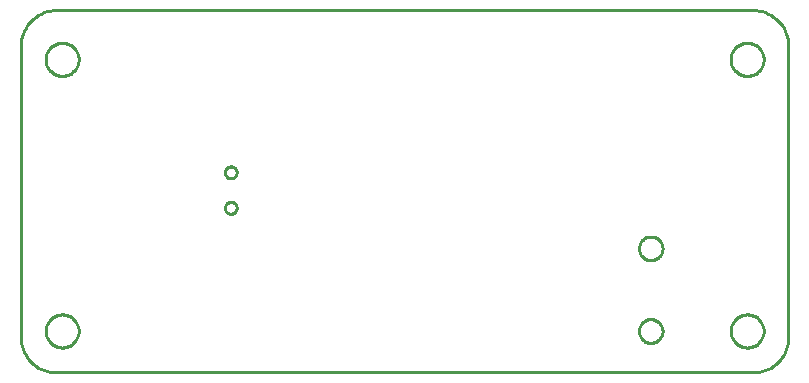
<source format=gbr>
G04 EAGLE Gerber RS-274X export*
G75*
%MOMM*%
%FSLAX34Y34*%
%LPD*%
%IN*%
%IPPOS*%
%AMOC8*
5,1,8,0,0,1.08239X$1,22.5*%
G01*
%ADD10C,0.254000*%


D10*
X0Y30000D02*
X114Y27385D01*
X456Y24791D01*
X1022Y22235D01*
X1809Y19739D01*
X2811Y17321D01*
X4019Y15000D01*
X5425Y12793D01*
X7019Y10716D01*
X8787Y8787D01*
X10716Y7019D01*
X12793Y5425D01*
X15000Y4019D01*
X17321Y2811D01*
X19739Y1809D01*
X22235Y1022D01*
X24791Y456D01*
X27385Y114D01*
X30000Y0D01*
X620000Y0D01*
X622615Y114D01*
X625209Y456D01*
X627765Y1022D01*
X630261Y1809D01*
X632679Y2811D01*
X635000Y4019D01*
X637207Y5425D01*
X639284Y7019D01*
X641213Y8787D01*
X642981Y10716D01*
X644575Y12793D01*
X645981Y15000D01*
X647189Y17321D01*
X648191Y19739D01*
X648978Y22235D01*
X649544Y24791D01*
X649886Y27385D01*
X650000Y30000D01*
X650000Y276604D01*
X649886Y279219D01*
X649544Y281813D01*
X648978Y284369D01*
X648191Y286865D01*
X647189Y289283D01*
X645981Y291604D01*
X644575Y293811D01*
X642981Y295888D01*
X641213Y297817D01*
X639284Y299585D01*
X637207Y301179D01*
X635000Y302585D01*
X632679Y303793D01*
X630261Y304795D01*
X627765Y305582D01*
X625209Y306148D01*
X622615Y306490D01*
X620000Y306604D01*
X30000Y306604D01*
X27385Y306490D01*
X24791Y306148D01*
X22235Y305582D01*
X19739Y304795D01*
X17321Y303793D01*
X15000Y302585D01*
X12793Y301179D01*
X10716Y299585D01*
X8787Y297817D01*
X7019Y295888D01*
X5425Y293811D01*
X4019Y291604D01*
X2811Y289283D01*
X1809Y286865D01*
X1022Y284369D01*
X456Y281813D01*
X114Y279219D01*
X0Y276604D01*
X0Y30000D01*
X49000Y264500D02*
X48929Y263503D01*
X48786Y262513D01*
X48574Y261536D01*
X48292Y260576D01*
X47943Y259639D01*
X47527Y258729D01*
X47048Y257852D01*
X46507Y257010D01*
X45908Y256210D01*
X45253Y255454D01*
X44546Y254747D01*
X43790Y254092D01*
X42990Y253493D01*
X42148Y252952D01*
X41271Y252473D01*
X40361Y252057D01*
X39424Y251708D01*
X38465Y251426D01*
X37487Y251214D01*
X36498Y251071D01*
X35500Y251000D01*
X34500Y251000D01*
X33503Y251071D01*
X32513Y251214D01*
X31536Y251426D01*
X30576Y251708D01*
X29639Y252057D01*
X28729Y252473D01*
X27852Y252952D01*
X27010Y253493D01*
X26210Y254092D01*
X25454Y254747D01*
X24747Y255454D01*
X24092Y256210D01*
X23493Y257010D01*
X22952Y257852D01*
X22473Y258729D01*
X22057Y259639D01*
X21708Y260576D01*
X21426Y261536D01*
X21214Y262513D01*
X21071Y263503D01*
X21000Y264500D01*
X21000Y265500D01*
X21071Y266498D01*
X21214Y267487D01*
X21426Y268465D01*
X21708Y269424D01*
X22057Y270361D01*
X22473Y271271D01*
X22952Y272148D01*
X23493Y272990D01*
X24092Y273790D01*
X24747Y274546D01*
X25454Y275253D01*
X26210Y275908D01*
X27010Y276507D01*
X27852Y277048D01*
X28729Y277527D01*
X29639Y277943D01*
X30576Y278292D01*
X31536Y278574D01*
X32513Y278786D01*
X33503Y278929D01*
X34500Y279000D01*
X35500Y279000D01*
X36498Y278929D01*
X37487Y278786D01*
X38465Y278574D01*
X39424Y278292D01*
X40361Y277943D01*
X41271Y277527D01*
X42148Y277048D01*
X42990Y276507D01*
X43790Y275908D01*
X44546Y275253D01*
X45253Y274546D01*
X45908Y273790D01*
X46507Y272990D01*
X47048Y272148D01*
X47527Y271271D01*
X47943Y270361D01*
X48292Y269424D01*
X48574Y268465D01*
X48786Y267487D01*
X48929Y266498D01*
X49000Y265500D01*
X49000Y264500D01*
X629000Y264500D02*
X628929Y263503D01*
X628786Y262513D01*
X628574Y261536D01*
X628292Y260576D01*
X627943Y259639D01*
X627527Y258729D01*
X627048Y257852D01*
X626507Y257010D01*
X625908Y256210D01*
X625253Y255454D01*
X624546Y254747D01*
X623790Y254092D01*
X622990Y253493D01*
X622148Y252952D01*
X621271Y252473D01*
X620361Y252057D01*
X619424Y251708D01*
X618465Y251426D01*
X617487Y251214D01*
X616498Y251071D01*
X615500Y251000D01*
X614500Y251000D01*
X613503Y251071D01*
X612513Y251214D01*
X611536Y251426D01*
X610576Y251708D01*
X609639Y252057D01*
X608729Y252473D01*
X607852Y252952D01*
X607010Y253493D01*
X606210Y254092D01*
X605454Y254747D01*
X604747Y255454D01*
X604092Y256210D01*
X603493Y257010D01*
X602952Y257852D01*
X602473Y258729D01*
X602057Y259639D01*
X601708Y260576D01*
X601426Y261536D01*
X601214Y262513D01*
X601071Y263503D01*
X601000Y264500D01*
X601000Y265500D01*
X601071Y266498D01*
X601214Y267487D01*
X601426Y268465D01*
X601708Y269424D01*
X602057Y270361D01*
X602473Y271271D01*
X602952Y272148D01*
X603493Y272990D01*
X604092Y273790D01*
X604747Y274546D01*
X605454Y275253D01*
X606210Y275908D01*
X607010Y276507D01*
X607852Y277048D01*
X608729Y277527D01*
X609639Y277943D01*
X610576Y278292D01*
X611536Y278574D01*
X612513Y278786D01*
X613503Y278929D01*
X614500Y279000D01*
X615500Y279000D01*
X616498Y278929D01*
X617487Y278786D01*
X618465Y278574D01*
X619424Y278292D01*
X620361Y277943D01*
X621271Y277527D01*
X622148Y277048D01*
X622990Y276507D01*
X623790Y275908D01*
X624546Y275253D01*
X625253Y274546D01*
X625908Y273790D01*
X626507Y272990D01*
X627048Y272148D01*
X627527Y271271D01*
X627943Y270361D01*
X628292Y269424D01*
X628574Y268465D01*
X628786Y267487D01*
X628929Y266498D01*
X629000Y265500D01*
X629000Y264500D01*
X629000Y34500D02*
X628929Y33503D01*
X628786Y32513D01*
X628574Y31536D01*
X628292Y30576D01*
X627943Y29639D01*
X627527Y28729D01*
X627048Y27852D01*
X626507Y27010D01*
X625908Y26210D01*
X625253Y25454D01*
X624546Y24747D01*
X623790Y24092D01*
X622990Y23493D01*
X622148Y22952D01*
X621271Y22473D01*
X620361Y22057D01*
X619424Y21708D01*
X618465Y21426D01*
X617487Y21214D01*
X616498Y21071D01*
X615500Y21000D01*
X614500Y21000D01*
X613503Y21071D01*
X612513Y21214D01*
X611536Y21426D01*
X610576Y21708D01*
X609639Y22057D01*
X608729Y22473D01*
X607852Y22952D01*
X607010Y23493D01*
X606210Y24092D01*
X605454Y24747D01*
X604747Y25454D01*
X604092Y26210D01*
X603493Y27010D01*
X602952Y27852D01*
X602473Y28729D01*
X602057Y29639D01*
X601708Y30576D01*
X601426Y31536D01*
X601214Y32513D01*
X601071Y33503D01*
X601000Y34500D01*
X601000Y35500D01*
X601071Y36498D01*
X601214Y37487D01*
X601426Y38465D01*
X601708Y39424D01*
X602057Y40361D01*
X602473Y41271D01*
X602952Y42148D01*
X603493Y42990D01*
X604092Y43790D01*
X604747Y44546D01*
X605454Y45253D01*
X606210Y45908D01*
X607010Y46507D01*
X607852Y47048D01*
X608729Y47527D01*
X609639Y47943D01*
X610576Y48292D01*
X611536Y48574D01*
X612513Y48786D01*
X613503Y48929D01*
X614500Y49000D01*
X615500Y49000D01*
X616498Y48929D01*
X617487Y48786D01*
X618465Y48574D01*
X619424Y48292D01*
X620361Y47943D01*
X621271Y47527D01*
X622148Y47048D01*
X622990Y46507D01*
X623790Y45908D01*
X624546Y45253D01*
X625253Y44546D01*
X625908Y43790D01*
X626507Y42990D01*
X627048Y42148D01*
X627527Y41271D01*
X627943Y40361D01*
X628292Y39424D01*
X628574Y38465D01*
X628786Y37487D01*
X628929Y36498D01*
X629000Y35500D01*
X629000Y34500D01*
X49000Y34500D02*
X48929Y33503D01*
X48786Y32513D01*
X48574Y31536D01*
X48292Y30576D01*
X47943Y29639D01*
X47527Y28729D01*
X47048Y27852D01*
X46507Y27010D01*
X45908Y26210D01*
X45253Y25454D01*
X44546Y24747D01*
X43790Y24092D01*
X42990Y23493D01*
X42148Y22952D01*
X41271Y22473D01*
X40361Y22057D01*
X39424Y21708D01*
X38465Y21426D01*
X37487Y21214D01*
X36498Y21071D01*
X35500Y21000D01*
X34500Y21000D01*
X33503Y21071D01*
X32513Y21214D01*
X31536Y21426D01*
X30576Y21708D01*
X29639Y22057D01*
X28729Y22473D01*
X27852Y22952D01*
X27010Y23493D01*
X26210Y24092D01*
X25454Y24747D01*
X24747Y25454D01*
X24092Y26210D01*
X23493Y27010D01*
X22952Y27852D01*
X22473Y28729D01*
X22057Y29639D01*
X21708Y30576D01*
X21426Y31536D01*
X21214Y32513D01*
X21071Y33503D01*
X21000Y34500D01*
X21000Y35500D01*
X21071Y36498D01*
X21214Y37487D01*
X21426Y38465D01*
X21708Y39424D01*
X22057Y40361D01*
X22473Y41271D01*
X22952Y42148D01*
X23493Y42990D01*
X24092Y43790D01*
X24747Y44546D01*
X25454Y45253D01*
X26210Y45908D01*
X27010Y46507D01*
X27852Y47048D01*
X28729Y47527D01*
X29639Y47943D01*
X30576Y48292D01*
X31536Y48574D01*
X32513Y48786D01*
X33503Y48929D01*
X34500Y49000D01*
X35500Y49000D01*
X36498Y48929D01*
X37487Y48786D01*
X38465Y48574D01*
X39424Y48292D01*
X40361Y47943D01*
X41271Y47527D01*
X42148Y47048D01*
X42990Y46507D01*
X43790Y45908D01*
X44546Y45253D01*
X45253Y44546D01*
X45908Y43790D01*
X46507Y42990D01*
X47048Y42148D01*
X47527Y41271D01*
X47943Y40361D01*
X48292Y39424D01*
X48574Y38465D01*
X48786Y37487D01*
X48929Y36498D01*
X49000Y35500D01*
X49000Y34500D01*
X178081Y174305D02*
X178639Y174242D01*
X179186Y174117D01*
X179716Y173932D01*
X180222Y173688D01*
X180698Y173389D01*
X181137Y173039D01*
X181534Y172642D01*
X181884Y172203D01*
X182183Y171727D01*
X182427Y171221D01*
X182612Y170691D01*
X182737Y170144D01*
X182800Y169586D01*
X182800Y169024D01*
X182737Y168466D01*
X182612Y167919D01*
X182427Y167389D01*
X182183Y166883D01*
X181884Y166407D01*
X181534Y165968D01*
X181137Y165571D01*
X180698Y165221D01*
X180222Y164922D01*
X179716Y164678D01*
X179186Y164493D01*
X178639Y164368D01*
X178081Y164305D01*
X177519Y164305D01*
X176961Y164368D01*
X176414Y164493D01*
X175884Y164678D01*
X175378Y164922D01*
X174902Y165221D01*
X174463Y165571D01*
X174066Y165968D01*
X173716Y166407D01*
X173417Y166883D01*
X173173Y167389D01*
X172988Y167919D01*
X172863Y168466D01*
X172800Y169024D01*
X172800Y169586D01*
X172863Y170144D01*
X172988Y170691D01*
X173173Y171221D01*
X173417Y171727D01*
X173716Y172203D01*
X174066Y172642D01*
X174463Y173039D01*
X174902Y173389D01*
X175378Y173688D01*
X175884Y173932D01*
X176414Y174117D01*
X176961Y174242D01*
X177519Y174305D01*
X178081Y174305D01*
X178081Y144305D02*
X178639Y144242D01*
X179186Y144117D01*
X179716Y143932D01*
X180222Y143688D01*
X180698Y143389D01*
X181137Y143039D01*
X181534Y142642D01*
X181884Y142203D01*
X182183Y141727D01*
X182427Y141221D01*
X182612Y140691D01*
X182737Y140144D01*
X182800Y139586D01*
X182800Y139024D01*
X182737Y138466D01*
X182612Y137919D01*
X182427Y137389D01*
X182183Y136883D01*
X181884Y136407D01*
X181534Y135968D01*
X181137Y135571D01*
X180698Y135221D01*
X180222Y134922D01*
X179716Y134678D01*
X179186Y134493D01*
X178639Y134368D01*
X178081Y134305D01*
X177519Y134305D01*
X176961Y134368D01*
X176414Y134493D01*
X175884Y134678D01*
X175378Y134922D01*
X174902Y135221D01*
X174463Y135571D01*
X174066Y135968D01*
X173716Y136407D01*
X173417Y136883D01*
X173173Y137389D01*
X172988Y137919D01*
X172863Y138466D01*
X172800Y139024D01*
X172800Y139586D01*
X172863Y140144D01*
X172988Y140691D01*
X173173Y141221D01*
X173417Y141727D01*
X173716Y142203D01*
X174066Y142642D01*
X174463Y143039D01*
X174902Y143389D01*
X175378Y143688D01*
X175884Y143932D01*
X176414Y144117D01*
X176961Y144242D01*
X177519Y144305D01*
X178081Y144305D01*
X533837Y45000D02*
X534707Y44924D01*
X535566Y44772D01*
X536410Y44546D01*
X537230Y44248D01*
X538022Y43879D01*
X538778Y43442D01*
X539493Y42941D01*
X540162Y42380D01*
X540780Y41762D01*
X541341Y41093D01*
X541842Y40378D01*
X542279Y39622D01*
X542648Y38830D01*
X542946Y38010D01*
X543172Y37166D01*
X543324Y36307D01*
X543400Y35437D01*
X543400Y34563D01*
X543324Y33694D01*
X543172Y32834D01*
X542946Y31990D01*
X542648Y31170D01*
X542279Y30378D01*
X541842Y29622D01*
X541341Y28907D01*
X540780Y28238D01*
X540162Y27620D01*
X539493Y27059D01*
X538778Y26558D01*
X538022Y26121D01*
X537230Y25752D01*
X536410Y25454D01*
X535566Y25228D01*
X534707Y25076D01*
X533837Y25000D01*
X532963Y25000D01*
X532094Y25076D01*
X531234Y25228D01*
X530390Y25454D01*
X529570Y25752D01*
X528778Y26121D01*
X528022Y26558D01*
X527307Y27059D01*
X526638Y27620D01*
X526020Y28238D01*
X525459Y28907D01*
X524958Y29622D01*
X524521Y30378D01*
X524152Y31170D01*
X523854Y31990D01*
X523628Y32834D01*
X523476Y33694D01*
X523400Y34563D01*
X523400Y35437D01*
X523476Y36307D01*
X523628Y37166D01*
X523854Y38010D01*
X524152Y38830D01*
X524521Y39622D01*
X524958Y40378D01*
X525459Y41093D01*
X526020Y41762D01*
X526638Y42380D01*
X527307Y42941D01*
X528022Y43442D01*
X528778Y43879D01*
X529570Y44248D01*
X530390Y44546D01*
X531234Y44772D01*
X532094Y44924D01*
X532963Y45000D01*
X533837Y45000D01*
X533837Y115000D02*
X534707Y114924D01*
X535566Y114772D01*
X536410Y114546D01*
X537230Y114248D01*
X538022Y113879D01*
X538778Y113442D01*
X539493Y112941D01*
X540162Y112380D01*
X540780Y111762D01*
X541341Y111093D01*
X541842Y110378D01*
X542279Y109622D01*
X542648Y108830D01*
X542946Y108010D01*
X543172Y107166D01*
X543324Y106307D01*
X543400Y105437D01*
X543400Y104563D01*
X543324Y103694D01*
X543172Y102834D01*
X542946Y101990D01*
X542648Y101170D01*
X542279Y100378D01*
X541842Y99622D01*
X541341Y98907D01*
X540780Y98238D01*
X540162Y97620D01*
X539493Y97059D01*
X538778Y96558D01*
X538022Y96121D01*
X537230Y95752D01*
X536410Y95454D01*
X535566Y95228D01*
X534707Y95076D01*
X533837Y95000D01*
X532963Y95000D01*
X532094Y95076D01*
X531234Y95228D01*
X530390Y95454D01*
X529570Y95752D01*
X528778Y96121D01*
X528022Y96558D01*
X527307Y97059D01*
X526638Y97620D01*
X526020Y98238D01*
X525459Y98907D01*
X524958Y99622D01*
X524521Y100378D01*
X524152Y101170D01*
X523854Y101990D01*
X523628Y102834D01*
X523476Y103694D01*
X523400Y104563D01*
X523400Y105437D01*
X523476Y106307D01*
X523628Y107166D01*
X523854Y108010D01*
X524152Y108830D01*
X524521Y109622D01*
X524958Y110378D01*
X525459Y111093D01*
X526020Y111762D01*
X526638Y112380D01*
X527307Y112941D01*
X528022Y113442D01*
X528778Y113879D01*
X529570Y114248D01*
X530390Y114546D01*
X531234Y114772D01*
X532094Y114924D01*
X532963Y115000D01*
X533837Y115000D01*
M02*

</source>
